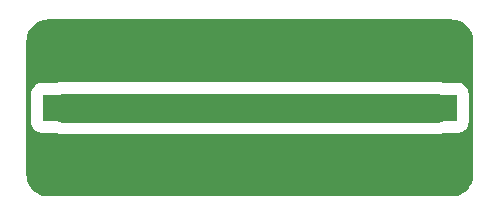
<source format=gbr>
%TF.GenerationSoftware,KiCad,Pcbnew,8.0.3*%
%TF.CreationDate,2024-07-05T12:35:55-05:00*%
%TF.ProjectId,Bald Probe Test Fixture rev1,42616c64-2050-4726-9f62-652054657374,1*%
%TF.SameCoordinates,Original*%
%TF.FileFunction,Copper,L1,Top*%
%TF.FilePolarity,Positive*%
%FSLAX46Y46*%
G04 Gerber Fmt 4.6, Leading zero omitted, Abs format (unit mm)*
G04 Created by KiCad (PCBNEW 8.0.3) date 2024-07-05 12:35:55*
%MOMM*%
%LPD*%
G01*
G04 APERTURE LIST*
%TA.AperFunction,SMDPad,CuDef*%
%ADD10R,5.080000X2.290000*%
%TD*%
%TA.AperFunction,SMDPad,CuDef*%
%ADD11R,5.080000X2.420000*%
%TD*%
%TA.AperFunction,SMDPad,CuDef*%
%ADD12R,0.950000X0.460000*%
%TD*%
%TA.AperFunction,ComponentPad*%
%ADD13C,0.970000*%
%TD*%
%TA.AperFunction,ViaPad*%
%ADD14C,0.600000*%
%TD*%
%TA.AperFunction,Conductor*%
%ADD15C,2.450000*%
%TD*%
G04 APERTURE END LIST*
D10*
%TO.P,J2,1,In*%
%TO.N,/thru_trace*%
X143250000Y-93980000D03*
D11*
%TO.P,J2,2,Ext*%
%TO.N,GND*%
X143250000Y-98360000D03*
X143250000Y-89600000D03*
D12*
X140260000Y-98360000D03*
X140260000Y-89600000D03*
D13*
X139810000Y-98360000D03*
X139810000Y-89600000D03*
%TD*%
D10*
%TO.P,J1,1,In*%
%TO.N,/thru_trace*%
X113290000Y-93980000D03*
D11*
%TO.P,J1,2,Ext*%
%TO.N,GND*%
X113290000Y-89600000D03*
X113290000Y-98360000D03*
D12*
X116280000Y-89600000D03*
X116280000Y-98360000D03*
D13*
X116730000Y-89600000D03*
X116730000Y-98360000D03*
%TD*%
D14*
%TO.N,GND*%
X118583000Y-90805000D03*
X134052500Y-97155000D03*
X137957000Y-97155000D03*
X142969500Y-86860000D03*
X131485500Y-97155000D03*
X119934000Y-90805000D03*
X118745000Y-99695000D03*
X114732500Y-86860000D03*
X146820000Y-97128000D03*
X122433500Y-86860000D03*
X146820000Y-98411500D03*
X134106500Y-101100000D03*
X119934000Y-97155000D03*
X126351500Y-97155000D03*
X109720000Y-88265000D03*
X135268500Y-86860000D03*
X117421000Y-101100000D03*
X137903000Y-89535000D03*
X118583000Y-89535000D03*
X132823000Y-101100000D03*
X139119000Y-86860000D03*
X127635000Y-97155000D03*
X127635000Y-90805000D03*
X132701500Y-86860000D03*
X118583000Y-88251500D03*
X121150000Y-86860000D03*
X137957000Y-98411500D03*
X135336000Y-97155000D03*
X137957000Y-99695000D03*
X136552000Y-86860000D03*
X113449000Y-86860000D03*
X125000500Y-86860000D03*
X109720000Y-97249500D03*
X126284000Y-86860000D03*
X118745000Y-98411500D03*
X112287000Y-101100000D03*
X132769000Y-90805000D03*
X118745000Y-97155000D03*
X130202000Y-90805000D03*
X118583000Y-86860000D03*
X128918500Y-97155000D03*
X143091000Y-101100000D03*
X140524000Y-101100000D03*
X126405500Y-101100000D03*
X133985000Y-86860000D03*
X141807500Y-101100000D03*
X130202000Y-97155000D03*
X141686000Y-86860000D03*
X116016000Y-86860000D03*
X146820000Y-88143500D03*
X128918500Y-90805000D03*
X134052500Y-90805000D03*
X128851000Y-86860000D03*
X130134500Y-86860000D03*
X119988000Y-101100000D03*
X131485500Y-90805000D03*
X121217500Y-97155000D03*
X140402500Y-86860000D03*
X117299500Y-86860000D03*
X128972500Y-101100000D03*
X144253000Y-86860000D03*
X146820000Y-99695000D03*
X146820000Y-90710500D03*
X135336000Y-90805000D03*
X116137500Y-101100000D03*
X136619500Y-97155000D03*
X126351500Y-90805000D03*
X144374500Y-101100000D03*
X119866500Y-86860000D03*
X113570500Y-101100000D03*
X139240500Y-101100000D03*
X110882000Y-86860000D03*
X137903000Y-88251500D03*
X145658000Y-101100000D03*
X123784500Y-90805000D03*
X114854000Y-101100000D03*
X122501000Y-97155000D03*
X121271500Y-101100000D03*
X131418000Y-86860000D03*
X122501000Y-90805000D03*
X125068000Y-97155000D03*
X131539500Y-101100000D03*
X109720000Y-99816500D03*
X109720000Y-90832000D03*
X127567500Y-86860000D03*
X136673500Y-101100000D03*
X137957000Y-101100000D03*
X130256000Y-101100000D03*
X109720000Y-89548500D03*
X109720000Y-98533000D03*
X118745000Y-101100000D03*
X127689000Y-101100000D03*
X137903000Y-90805000D03*
X136619500Y-90805000D03*
X145536500Y-86860000D03*
X112165500Y-86860000D03*
X125122000Y-101100000D03*
X135390000Y-101100000D03*
X125068000Y-90805000D03*
X123784500Y-97155000D03*
X132769000Y-97155000D03*
X122555000Y-101100000D03*
X121217500Y-90805000D03*
X123838500Y-101100000D03*
X123717000Y-86860000D03*
X111003500Y-101100000D03*
X146820000Y-89427000D03*
X137903000Y-86860000D03*
%TD*%
D15*
%TO.N,/thru_trace*%
X112522000Y-93980000D02*
X144012000Y-93980000D01*
%TD*%
%TA.AperFunction,Conductor*%
%TO.N,GND*%
G36*
X145322456Y-86487661D02*
G01*
X145559500Y-86503197D01*
X145569235Y-86504478D01*
X145799815Y-86550344D01*
X145809298Y-86552885D01*
X146031914Y-86628454D01*
X146040984Y-86632210D01*
X146251835Y-86736190D01*
X146260348Y-86741105D01*
X146455810Y-86871709D01*
X146463610Y-86877694D01*
X146640351Y-87032693D01*
X146647306Y-87039648D01*
X146802305Y-87216389D01*
X146808293Y-87224193D01*
X146938892Y-87419648D01*
X146943811Y-87428167D01*
X147047785Y-87639006D01*
X147051549Y-87648094D01*
X147127111Y-87870692D01*
X147129657Y-87880193D01*
X147175519Y-88110755D01*
X147176803Y-88120508D01*
X147192339Y-88357543D01*
X147192500Y-88362461D01*
X147192500Y-99597538D01*
X147192339Y-99602456D01*
X147176803Y-99839491D01*
X147175519Y-99849244D01*
X147129657Y-100079806D01*
X147127111Y-100089307D01*
X147051549Y-100311905D01*
X147047785Y-100320993D01*
X146943811Y-100531832D01*
X146938892Y-100540351D01*
X146808293Y-100735806D01*
X146802305Y-100743610D01*
X146647306Y-100920351D01*
X146640351Y-100927306D01*
X146463610Y-101082305D01*
X146455806Y-101088293D01*
X146260351Y-101218892D01*
X146251832Y-101223811D01*
X146040993Y-101327785D01*
X146031905Y-101331549D01*
X145809307Y-101407111D01*
X145799806Y-101409657D01*
X145569244Y-101455519D01*
X145559491Y-101456803D01*
X145322456Y-101472339D01*
X145317538Y-101472500D01*
X111222462Y-101472500D01*
X111217544Y-101472339D01*
X110980508Y-101456803D01*
X110970755Y-101455519D01*
X110740193Y-101409657D01*
X110730692Y-101407111D01*
X110508094Y-101331549D01*
X110499006Y-101327785D01*
X110288167Y-101223811D01*
X110279648Y-101218892D01*
X110084193Y-101088293D01*
X110076389Y-101082305D01*
X109899648Y-100927306D01*
X109892693Y-100920351D01*
X109859321Y-100882298D01*
X109737691Y-100743606D01*
X109731706Y-100735806D01*
X109601107Y-100540351D01*
X109596188Y-100531832D01*
X109492210Y-100320984D01*
X109488454Y-100311914D01*
X109412885Y-100089298D01*
X109410344Y-100079815D01*
X109364478Y-99849235D01*
X109363197Y-99839500D01*
X109347661Y-99602456D01*
X109347500Y-99597538D01*
X109347500Y-92776963D01*
X109749500Y-92776963D01*
X109749500Y-92776964D01*
X109749500Y-92776969D01*
X109749500Y-95183028D01*
X109760114Y-95302417D01*
X109816092Y-95498051D01*
X109816094Y-95498056D01*
X109910295Y-95678397D01*
X109910300Y-95678403D01*
X109910302Y-95678407D01*
X109968057Y-95749239D01*
X110038890Y-95836109D01*
X110109723Y-95893864D01*
X110196593Y-95964698D01*
X110196596Y-95964700D01*
X110196602Y-95964704D01*
X110376943Y-96058905D01*
X110376951Y-96058909D01*
X110572582Y-96114886D01*
X110691963Y-96125500D01*
X111920540Y-96125499D01*
X111940003Y-96128061D01*
X112086895Y-96167421D01*
X112376133Y-96205500D01*
X112376136Y-96205500D01*
X144157864Y-96205500D01*
X144157867Y-96205500D01*
X144447105Y-96167421D01*
X144593998Y-96128061D01*
X144613461Y-96125499D01*
X145848029Y-96125499D01*
X145848036Y-96125499D01*
X145967418Y-96114886D01*
X146163049Y-96058909D01*
X146218369Y-96030011D01*
X146343397Y-95964704D01*
X146343400Y-95964701D01*
X146343407Y-95964698D01*
X146501109Y-95836109D01*
X146629698Y-95678407D01*
X146629701Y-95678400D01*
X146629704Y-95678397D01*
X146723905Y-95498056D01*
X146723909Y-95498049D01*
X146779886Y-95302418D01*
X146790500Y-95183037D01*
X146790499Y-92776964D01*
X146779886Y-92657582D01*
X146723909Y-92461951D01*
X146723905Y-92461943D01*
X146629704Y-92281602D01*
X146629700Y-92281596D01*
X146629698Y-92281593D01*
X146558864Y-92194723D01*
X146501109Y-92123890D01*
X146414239Y-92053057D01*
X146343407Y-91995302D01*
X146343403Y-91995300D01*
X146343397Y-91995295D01*
X146163056Y-91901094D01*
X146163051Y-91901092D01*
X146163050Y-91901091D01*
X146163049Y-91901091D01*
X145967418Y-91845114D01*
X145848037Y-91834500D01*
X145848030Y-91834500D01*
X144613458Y-91834500D01*
X144593995Y-91831938D01*
X144447109Y-91792580D01*
X144447108Y-91792579D01*
X144447105Y-91792579D01*
X144157867Y-91754500D01*
X112376133Y-91754500D01*
X112086895Y-91792579D01*
X112086891Y-91792580D01*
X112086889Y-91792580D01*
X111940001Y-91831938D01*
X111920538Y-91834500D01*
X110691971Y-91834500D01*
X110572582Y-91845114D01*
X110376948Y-91901092D01*
X110376943Y-91901094D01*
X110196602Y-91995295D01*
X110196593Y-91995302D01*
X110038890Y-92123890D01*
X109910302Y-92281593D01*
X109910295Y-92281602D01*
X109816094Y-92461943D01*
X109816092Y-92461948D01*
X109816091Y-92461950D01*
X109816091Y-92461951D01*
X109760114Y-92657582D01*
X109749500Y-92776963D01*
X109347500Y-92776963D01*
X109347500Y-88362461D01*
X109347661Y-88357543D01*
X109356639Y-88220556D01*
X109363197Y-88120497D01*
X109364478Y-88110766D01*
X109410345Y-87880180D01*
X109412884Y-87870704D01*
X109488455Y-87648079D01*
X109492207Y-87639021D01*
X109596193Y-87428157D01*
X109601101Y-87419657D01*
X109731714Y-87224181D01*
X109737685Y-87216400D01*
X109892699Y-87039641D01*
X109899641Y-87032699D01*
X110076400Y-86877685D01*
X110084181Y-86871714D01*
X110279657Y-86741101D01*
X110288157Y-86736193D01*
X110499021Y-86632207D01*
X110508079Y-86628455D01*
X110730704Y-86552884D01*
X110740180Y-86550345D01*
X110970766Y-86504478D01*
X110980497Y-86503197D01*
X111217544Y-86487661D01*
X111222462Y-86487500D01*
X111249101Y-86487500D01*
X145290899Y-86487500D01*
X145317538Y-86487500D01*
X145322456Y-86487661D01*
G37*
%TD.AperFunction*%
%TD*%
M02*

</source>
